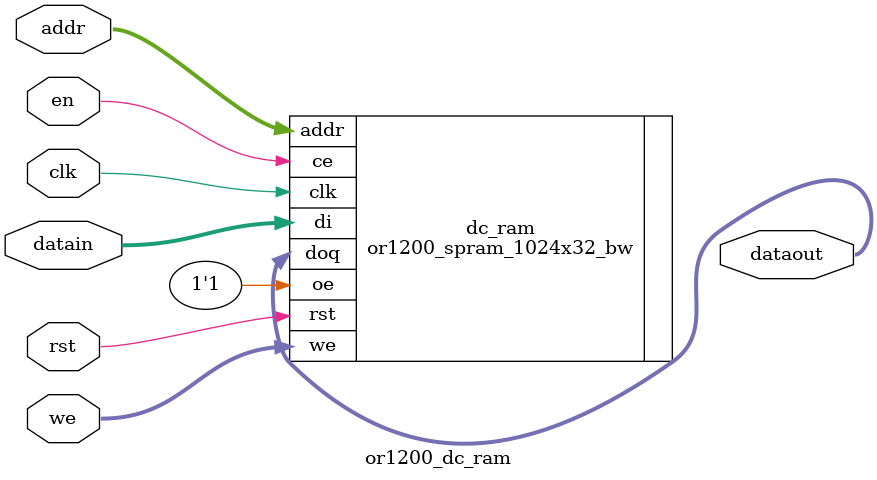
<source format=v>


//
// Dump VCD
//
//`define OR1200_VCD_DUMP

//
// Generate debug messages during simulation
//
//`define OR1200_VERBOSE

//  `define OR1200_ASIC
////////////////////////////////////////////////////////
//
// Typical configuration for an ASIC
//
`ifdef OR1200_ASIC

//
// Target ASIC memories
//
//`define OR1200_ARTISAN_SSP
//`define OR1200_ARTISAN_SDP
//`define OR1200_ARTISAN_STP
`define OR1200_VIRTUALSILICON_SSP
//`define OR1200_VIRTUALSILICON_STP_T1
//`define OR1200_VIRTUALSILICON_STP_T2

//
// Do not implement Data cache
//
//`define OR1200_NO_DC

//
// Do not implement Insn cache
//
//`define OR1200_NO_IC

//
// Do not implement Data MMU
//
//`define OR1200_NO_DMMU

//
// Do not implement Insn MMU
//
//`define OR1200_NO_IMMU

//
// Select between ASIC optimized and generic multiplier
//
//`define OR1200_ASIC_MULTP2_32X32
`define OR1200_GENERIC_MULTP2_32X32

//
// Size/type of insn/data cache if implemented
//
// `define OR1200_IC_1W_512B
// `define OR1200_IC_1W_4KB
`define OR1200_IC_1W_8KB
// `define OR1200_DC_1W_4KB
`define OR1200_DC_1W_8KB

`else


/////////////////////////////////////////////////////////
//
// Typical configuration for an FPGA
//

//
// Target FPGA memories
//
//`define OR1200_ALTERA_LPM
//`define OR1200_XILINX_RAMB16
//`define OR1200_XILINX_RAMB4
//`define OR1200_XILINX_RAM32X1D
//`define OR1200_USE_RAM16X1D_FOR_RAM32X1D

//
// Do not implement Data cache
//
//`define OR1200_NO_DC

//
// Do not implement Insn cache
//
//`define OR1200_NO_IC

//
// Do not implement Data MMU
//
`define OR1200_NO_DMMU

//
// Do not implement Insn MMU
//
`define OR1200_NO_IMMU

//
// Select between ASIC and generic multiplier
//
// (Generic seems to trigger a bug in the Cadence Ncsim simulator)
//
//`define OR1200_ASIC_MULTP2_32X32
`define OR1200_GENERIC_MULTP2_32X32

//
// Size/type of insn/data cache if implemented
// (consider available FPGA memory resources)
//
//`define OR1200_IC_1W_512B
`define OR1200_IC_1W_4KB
//`define OR1200_IC_1W_8KB
`define OR1200_DC_1W_4KB
//`define OR1200_DC_1W_8KB

`endif


//////////////////////////////////////////////////////////
//
// Do not change below unless you know what you are doing
//

//
// Enable RAM BIST
//
// At the moment this only works for Virtual Silicon
// single port RAMs. For other RAMs it has not effect.
// Special wrapper for VS RAMs needs to be provided
// with scan flops to facilitate bist scan.
//
//`define OR1200_BIST

//
// Register OR1200 WISHBONE outputs
// (must be defined/enabled)
//
`define OR1200_REGISTERED_OUTPUTS

//
// Register OR1200 WISHBONE inputs
//
// (must be undefined/disabled)
//
//`define OR1200_REGISTERED_INPUTS

//
// Disable bursts if they are not supported by the
// memory subsystem (only affect cache line fill)
//
//`define OR1200_NO_BURSTS
//

//
// WISHBONE retry counter range
//
// 2^value range for retry counter. Retry counter
// is activated whenever *wb_rty_i is asserted and
// until retry counter expires, corresponding
// WISHBONE interface is deactivated.
//
// To disable retry counters and *wb_rty_i all together,
// undefine this macro.
//
//`define OR1200_WB_RETRY 7

//
// WISHBONE Consecutive Address Burst
//
// This was used prior to WISHBONE B3 specification
// to identify bursts. It is no longer needed but
// remains enabled for compatibility with old designs.
//
// To remove *wb_cab_o ports undefine this macro.
//
`define OR1200_WB_CAB

//
// WISHBONE B3 compatible interface
//
// This follows the WISHBONE B3 specification.
// It is not enabled by default because most
// designs still don't use WB b3.
//
// To enable *wb_cti_o/*wb_bte_o ports,
// define this macro.
//
//`define OR1200_WB_B3

//
// Enable additional synthesis directives if using
// _Synopsys_ synthesis tool
//
//`define OR1200_ADDITIONAL_SYNOPSYS_DIRECTIVES

//
// Enables default statement in some case blocks
// and disables Synopsys synthesis directive full_case
//
// By default it is enabled. When disabled it
// can increase clock frequency.
//
`define OR1200_CASE_DEFAULT

//
// Operand width / register file address width
//
// (DO NOT CHANGE)
//
`define OR1200_OPERAND_WIDTH		32
`define OR1200_REGFILE_ADDR_WIDTH	5

//
// l.add/l.addi/l.and and optional l.addc/l.addic
// also set (compare) flag when result of their
// operation equals zero
//
// At the time of writing this, default or32
// C/C++ compiler doesn't generate code that
// would benefit from this optimization.
//
// By default this optimization is disabled to
// save area.
//
//`define OR1200_ADDITIONAL_FLAG_MODIFIERS

//
// Implement l.addc/l.addic instructions
//
// By default implementation of l.addc/l.addic
// instructions is enabled in case you need them.
// If you don't use them, then disable implementation
// to save area.
//
`define OR1200_IMPL_ADDC

//
// Implement carry bit SR[CY]
//
// By default implementation of SR[CY] is enabled
// to be compliant with the simulator. However
// SR[CY] is explicitly only used by l.addc/l.addic
// instructions and if these two insns are not
// implemented there is not much point having SR[CY].
//
`define OR1200_IMPL_CY

//
// Implement optional l.div/l.divu instructions
//
// By default divide instructions are not implemented
// to save area and increase clock frequency. or32 C/C++
// compiler can use soft library for division.
//
// To implement divide, multiplier needs to be implemented.
//
//`define OR1200_IMPL_DIV

//
// Implement rotate in the ALU
//
// At the time of writing this, or32
// C/C++ compiler doesn't generate rotate
// instructions. However or32 assembler
// can assemble code that uses rotate insn.
// This means that rotate instructions
// must be used manually inserted.
//
// By default implementation of rotate
// is disabled to save area and increase
// clock frequency.
//
//`define OR1200_IMPL_ALU_ROTATE

//
// Type of ALU compare to implement
//
// Try either one to find what yields
// higher clock frequencyin your case.
//
//`define OR1200_IMPL_ALU_COMP1
`define OR1200_IMPL_ALU_COMP2

//
// Implement multiplier
//
// By default multiplier is implemented
//
`define OR1200_MULT_IMPLEMENTED

//
// Implement multiply-and-accumulate
//
// By default MAC is implemented. To
// implement MAC, multiplier needs to be
// implemented.
//
`define OR1200_MAC_IMPLEMENTED

//
// Low power, slower multiplier
//
// Select between low-power (larger) multiplier
// and faster multiplier. The actual difference
// is only AND logic that prevents distribution
// of operands into the multiplier when instruction
// in execution is not multiply instruction
//
//`define OR1200_LOWPWR_MULT

//
// Clock ratio RISC clock versus WB clock
//
// If you plan to run WB:RISC clock fixed to 1:1, disable
// both defines
//
// For WB:RISC 1:2 or 1:1, enable OR1200_CLKDIV_2_SUPPORTED
// and use clmode to set ratio
//
// For WB:RISC 1:4, 1:2 or 1:1, enable both defines and use
// clmode to set ratio
//
`define OR1200_CLKDIV_2_SUPPORTED
//`define OR1200_CLKDIV_4_SUPPORTED

//
// Type of register file RAM
//
// Memory macro w/ two ports (see or1200_tpram_32x32.v)
//`define OR1200_RFRAM_TWOPORT
//
// Memory macro dual port (see or1200_dpram_32x32.v)
//`define OR1200_RFRAM_DUALPORT
//
// Generic (flip-flop based) register file (see or1200_rfram_generic.v)
`define OR1200_RFRAM_GENERIC

//
// Type of mem2reg aligner to implement.
//
// Once OR1200_IMPL_MEM2REG2 yielded faster
// circuit, however with today tools it will
// most probably give you slower circuit.
//
`define OR1200_IMPL_MEM2REG1
//`define OR1200_IMPL_MEM2REG2

//
// ALUOPs
//
`define OR1200_ALUOP_WIDTH	4
`define OR1200_ALUOP_NOP	4'd4
/* Order defined by arith insns that have two source operands both in regs
   (see binutils/include/opcode/or32.h) */
`define OR1200_ALUOP_ADD	4'd0
`define OR1200_ALUOP_ADDC	4'd1
`define OR1200_ALUOP_SUB	4'd2
`define OR1200_ALUOP_AND	4'd3
`define OR1200_ALUOP_OR		4'd4
`define OR1200_ALUOP_XOR	4'd5
`define OR1200_ALUOP_MUL	4'd6
`define OR1200_ALUOP_CUST5	4'd7
`define OR1200_ALUOP_SHROT	4'd8
`define OR1200_ALUOP_DIV	4'd9
`define OR1200_ALUOP_DIVU	4'd10
/* Order not specifically defined. */
`define OR1200_ALUOP_IMM	4'd11
`define OR1200_ALUOP_MOVHI	4'd12
`define OR1200_ALUOP_COMP	4'd13
`define OR1200_ALUOP_MTSR	4'd14
`define OR1200_ALUOP_MFSR	4'd15
`define OR1200_ALUOP_CMOV 4'd14
`define OR1200_ALUOP_FF1  4'd15
//
// MACOPs
//
`define OR1200_MACOP_WIDTH	2
`define OR1200_MACOP_NOP	2'b00
`define OR1200_MACOP_MAC	2'b01
`define OR1200_MACOP_MSB	2'b10

//
// Shift/rotate ops
//
`define OR1200_SHROTOP_WIDTH	2
`define OR1200_SHROTOP_NOP	2'd0
`define OR1200_SHROTOP_SLL	2'd0
`define OR1200_SHROTOP_SRL	2'd1
`define OR1200_SHROTOP_SRA	2'd2
`define OR1200_SHROTOP_ROR	2'd3

// Execution cycles per instruction
`define OR1200_MULTICYCLE_WIDTH	2
`define OR1200_ONE_CYCLE		2'd0
`define OR1200_TWO_CYCLES		2'd1

// Operand MUX selects
`define OR1200_SEL_WIDTH		2
`define OR1200_SEL_RF			2'd0
`define OR1200_SEL_IMM			2'd1
`define OR1200_SEL_EX_FORW		2'd2
`define OR1200_SEL_WB_FORW		2'd3

//
// BRANCHOPs
//
`define OR1200_BRANCHOP_WIDTH		3
`define OR1200_BRANCHOP_NOP		3'd0
`define OR1200_BRANCHOP_J		3'd1
`define OR1200_BRANCHOP_JR		3'd2
`define OR1200_BRANCHOP_BAL		3'd3
`define OR1200_BRANCHOP_BF		3'd4
`define OR1200_BRANCHOP_BNF		3'd5
`define OR1200_BRANCHOP_RFE		3'd6

//
// LSUOPs
//
// Bit 0: sign extend
// Bits 1-2: 00 doubleword, 01 byte, 10 halfword, 11 singleword
// Bit 3: 0 load, 1 store
`define OR1200_LSUOP_WIDTH		4
`define OR1200_LSUOP_NOP		4'b0000
`define OR1200_LSUOP_LBZ		4'b0010
`define OR1200_LSUOP_LBS		4'b0011
`define OR1200_LSUOP_LHZ		4'b0100
`define OR1200_LSUOP_LHS		4'b0101
`define OR1200_LSUOP_LWZ		4'b0110
`define OR1200_LSUOP_LWS		4'b0111
`define OR1200_LSUOP_LD		4'b0001
`define OR1200_LSUOP_SD		4'b1000
`define OR1200_LSUOP_SB		4'b1010
`define OR1200_LSUOP_SH		4'b1100
`define OR1200_LSUOP_SW		4'b1110

// FETCHOPs
`define OR1200_FETCHOP_WIDTH		1
`define OR1200_FETCHOP_NOP		1'b0
`define OR1200_FETCHOP_LW		1'b1

//
// Register File Write-Back OPs
//
// Bit 0: register file write enable
// Bits 2-1: write-back mux selects
`define OR1200_RFWBOP_WIDTH		3
`define OR1200_RFWBOP_NOP		3'b000
`define OR1200_RFWBOP_ALU		3'b001
`define OR1200_RFWBOP_LSU		3'b011
`define OR1200_RFWBOP_SPRS		3'b101
`define OR1200_RFWBOP_LR		3'b111

// Compare instructions
`define OR1200_COP_SFEQ       3'b000
`define OR1200_COP_SFNE       3'b001
`define OR1200_COP_SFGT       3'b010
`define OR1200_COP_SFGE       3'b011
`define OR1200_COP_SFLT       3'b100
`define OR1200_COP_SFLE       3'b101
`define OR1200_COP_X          3'b111
`define OR1200_SIGNED_COMPARE 'd3
`define OR1200_COMPOP_WIDTH	4

//
// TAGs for instruction bus
//
`define OR1200_ITAG_IDLE	4'h0	// idle bus
`define	OR1200_ITAG_NI		4'h1	// normal insn
`define OR1200_ITAG_BE		4'hb	// Bus error exception
`define OR1200_ITAG_PE		4'hc	// Page fault exception
`define OR1200_ITAG_TE		4'hd	// TLB miss exception

//
// TAGs for data bus
//
`define OR1200_DTAG_IDLE	4'h0	// idle bus
`define	OR1200_DTAG_ND		4'h1	// normal data
`define OR1200_DTAG_AE		4'ha	// Alignment exception
`define OR1200_DTAG_BE		4'hb	// Bus error exception
`define OR1200_DTAG_PE		4'hc	// Page fault exception
`define OR1200_DTAG_TE		4'hd	// TLB miss exception


//////////////////////////////////////////////
//
// ORBIS32 ISA specifics
//

// SHROT_OP position in machine word
`define OR1200_SHROTOP_POS		7:6

// ALU instructions multicycle field in machine word
`define OR1200_ALUMCYC_POS		9:8

//
// Instruction opcode groups (basic)
//
`define OR1200_OR32_J                 6'b000000
`define OR1200_OR32_JAL               6'b000001
`define OR1200_OR32_BNF               6'b000011
`define OR1200_OR32_BF                6'b000100
`define OR1200_OR32_NOP               6'b000101
`define OR1200_OR32_MOVHI             6'b000110
`define OR1200_OR32_XSYNC             6'b001000
`define OR1200_OR32_RFE               6'b001001
/* */
`define OR1200_OR32_JR                6'b010001
`define OR1200_OR32_JALR              6'b010010
`define OR1200_OR32_MACI              6'b010011
/* */
`define OR1200_OR32_LWZ               6'b100001
`define OR1200_OR32_LBZ               6'b100011
`define OR1200_OR32_LBS               6'b100100
`define OR1200_OR32_LHZ               6'b100101
`define OR1200_OR32_LHS               6'b100110
`define OR1200_OR32_ADDI              6'b100111
`define OR1200_OR32_ADDIC             6'b101000
`define OR1200_OR32_ANDI              6'b101001
`define OR1200_OR32_ORI               6'b101010
`define OR1200_OR32_XORI              6'b101011
`define OR1200_OR32_MULI              6'b101100
`define OR1200_OR32_MFSPR             6'b101101
`define OR1200_OR32_SH_ROTI 	      6'b101110
`define OR1200_OR32_SFXXI             6'b101111
/* */
`define OR1200_OR32_MTSPR             6'b110000
`define OR1200_OR32_MACMSB            6'b110001
/* */
`define OR1200_OR32_SW                6'b110101
`define OR1200_OR32_SB                6'b110110
`define OR1200_OR32_SH                6'b110111
`define OR1200_OR32_ALU               6'b111000
`define OR1200_OR32_SFXX              6'b111001
//`define OR1200_OR32_CUST5             6'b111100


/////////////////////////////////////////////////////
//
// Exceptions
//

//
// Exception vectors per OR1K architecture:
// 0xPPPPP100 - reset
// 0xPPPPP200 - bus error
// ... etc
// where P represents exception prefix.
//
// Exception vectors can be customized as per
// the following formula:
// 0xPPPPPNVV - exception N
//
// P represents exception prefix
// N represents exception N
// VV represents length of the individual vector space,
//   usually it is 8 bits wide and starts with all bits zero
//

//
// PPPPP and VV parts
//
// Sum of these two defines needs to be 28
//
`define OR1200_EXCEPT_EPH0_P 20'h00000
`define OR1200_EXCEPT_EPH1_P 20'hF0000
`define OR1200_EXCEPT_V		   8'h00

//
// N part width
//
`define OR1200_EXCEPT_WIDTH 4

//
// Definition of exception vectors
//
// To avoid implementation of a certain exception,
// simply comment out corresponding line
//
`define OR1200_EXCEPT_UNUSED		`OR1200_EXCEPT_WIDTH'hf
`define OR1200_EXCEPT_TRAP		`OR1200_EXCEPT_WIDTH'he
`define OR1200_EXCEPT_BREAK		`OR1200_EXCEPT_WIDTH'hd
`define OR1200_EXCEPT_SYSCALL		`OR1200_EXCEPT_WIDTH'hc
`define OR1200_EXCEPT_RANGE		`OR1200_EXCEPT_WIDTH'hb
`define OR1200_EXCEPT_ITLBMISS		`OR1200_EXCEPT_WIDTH'ha
`define OR1200_EXCEPT_DTLBMISS		`OR1200_EXCEPT_WIDTH'h9
`define OR1200_EXCEPT_INT		`OR1200_EXCEPT_WIDTH'h8
`define OR1200_EXCEPT_ILLEGAL		`OR1200_EXCEPT_WIDTH'h7
`define OR1200_EXCEPT_ALIGN		`OR1200_EXCEPT_WIDTH'h6
`define OR1200_EXCEPT_TICK		`OR1200_EXCEPT_WIDTH'h5
`define OR1200_EXCEPT_IPF		`OR1200_EXCEPT_WIDTH'h4
`define OR1200_EXCEPT_DPF		`OR1200_EXCEPT_WIDTH'h3
`define OR1200_EXCEPT_BUSERR		`OR1200_EXCEPT_WIDTH'h2
`define OR1200_EXCEPT_RESET		`OR1200_EXCEPT_WIDTH'h1
`define OR1200_EXCEPT_NONE		`OR1200_EXCEPT_WIDTH'h0


/////////////////////////////////////////////////////
//
// SPR groups
//

// Bits that define the group
`define OR1200_SPR_GROUP_BITS	15:11

// Width of the group bits
`define OR1200_SPR_GROUP_WIDTH 	5

// Bits that define offset inside the group
`define OR1200_SPR_OFS_BITS 10:0

// List of groups
`define OR1200_SPR_GROUP_SYS	5'd00
`define OR1200_SPR_GROUP_DMMU	5'd01
`define OR1200_SPR_GROUP_IMMU	5'd02
`define OR1200_SPR_GROUP_DC	5'd03
`define OR1200_SPR_GROUP_IC	5'd04
`define OR1200_SPR_GROUP_MAC	5'd05
`define OR1200_SPR_GROUP_DU	5'd06
`define OR1200_SPR_GROUP_PM	5'd08
`define OR1200_SPR_GROUP_PIC	5'd09
`define OR1200_SPR_GROUP_TT	5'd10


/////////////////////////////////////////////////////
//
// System group
//

//
// System registers
//
`define OR1200_SPR_CFGR		7'd0
`define OR1200_SPR_RF		6'd32	// 1024 >> 5
`define OR1200_SPR_NPC		11'd16
`define OR1200_SPR_SR		11'd17
`define OR1200_SPR_PPC		11'd18
`define OR1200_SPR_EPCR		11'd32
`define OR1200_SPR_EEAR		11'd48
`define OR1200_SPR_ESR		11'd64

//
// SR bits
//
`define OR1200_SR_WIDTH 16
`define OR1200_SR_SM   0
`define OR1200_SR_TEE  1
`define OR1200_SR_IEE  2
`define OR1200_SR_DCE  3
`define OR1200_SR_ICE  4
`define OR1200_SR_DME  5
`define OR1200_SR_IME  6
`define OR1200_SR_LEE  7
`define OR1200_SR_CE   8
`define OR1200_SR_F    9
`define OR1200_SR_CY   10	// Unused
`define OR1200_SR_OV   11	// Unused
`define OR1200_SR_OVE  12	// Unused
`define OR1200_SR_DSX  13	// Unused
`define OR1200_SR_EPH  14
`define OR1200_SR_FO   15
`define OR1200_SR_CID  31:28	// Unimplemented

//
// Bits that define offset inside the group
//
`define OR1200_SPROFS_BITS 10:0

//
// Default Exception Prefix
//
// 1'b0 - OR1200_EXCEPT_EPH0_P (0x0000_0000)
// 1'b1 - OR1200_EXCEPT_EPH1_P (0xF000_0000)
//
`define OR1200_SR_EPH_DEF	1'b0

/////////////////////////////////////////////////////
//
// Power Management (PM)
//

// Define it if you want PM implemented
`define OR1200_PM_IMPLEMENTED

// Bit positions inside PMR (don't change)
`define OR1200_PM_PMR_SDF 3:0
`define OR1200_PM_PMR_DME 4
`define OR1200_PM_PMR_SME 5
`define OR1200_PM_PMR_DCGE 6
`define OR1200_PM_PMR_UNUSED 31:7

// PMR offset inside PM group of registers
`define OR1200_PM_OFS_PMR 11'b0

// PM group
`define OR1200_SPRGRP_PM 5'd8

// Define if PMR can be read/written at any address inside PM group
`define OR1200_PM_PARTIAL_DECODING

// Define if reading PMR is allowed
`define OR1200_PM_READREGS

// Define if unused PMR bits should be zero
`define OR1200_PM_UNUSED_ZERO


/////////////////////////////////////////////////////
//
// Debug Unit (DU)
//

// Define it if you want DU implemented
`define OR1200_DU_IMPLEMENTED

//
// Define if you want HW Breakpoints
// (if HW breakpoints are not implemented
// only default software trapping is
// possible with l.trap insn - this is
// however already enough for use
// with or32 gdb)
//
//`define OR1200_DU_HWBKPTS

// Number of DVR/DCR pairs if HW breakpoints enabled
`define OR1200_DU_DVRDCR_PAIRS 8

// Define if you want trace buffer
//`define OR1200_DU_TB_IMPLEMENTED

//
// Address offsets of DU registers inside DU group
//
// To not implement a register, doq not define its address
//
`ifdef OR1200_DU_HWBKPTS
`define OR1200_DU_DVR0		11'd0
`define OR1200_DU_DVR1		11'd1
`define OR1200_DU_DVR2		11'd2
`define OR1200_DU_DVR3		11'd3
`define OR1200_DU_DVR4		11'd4
`define OR1200_DU_DVR5		11'd5
`define OR1200_DU_DVR6		11'd6
`define OR1200_DU_DVR7		11'd7
`define OR1200_DU_DCR0		11'd8
`define OR1200_DU_DCR1		11'd9
`define OR1200_DU_DCR2		11'd10
`define OR1200_DU_DCR3		11'd11
`define OR1200_DU_DCR4		11'd12
`define OR1200_DU_DCR5		11'd13
`define OR1200_DU_DCR6		11'd14
`define OR1200_DU_DCR7		11'd15
`endif
`define OR1200_DU_DMR1		11'd16
`ifdef OR1200_DU_HWBKPTS
`define OR1200_DU_DMR2		11'd17
`define OR1200_DU_DWCR0		11'd18
`define OR1200_DU_DWCR1		11'd19
`endif
`define OR1200_DU_DSR		11'd20
`define OR1200_DU_DRR		11'd21
`ifdef OR1200_DU_TB_IMPLEMENTED
`define OR1200_DU_TBADR		11'h0ff
`define OR1200_DU_TBIA		11'h1xx
`define OR1200_DU_TBIM		11'h2xx
`define OR1200_DU_TBAR		11'h3xx
`define OR1200_DU_TBTS		11'h4xx
`endif

// Position of offset bits inside SPR address
`define OR1200_DUOFS_BITS	10:0

// DCR bits
`define OR1200_DU_DCR_DP	0
`define OR1200_DU_DCR_CC	3:1
`define OR1200_DU_DCR_SC	4
`define OR1200_DU_DCR_CT	7:5

// DMR1 bits
`define OR1200_DU_DMR1_CW0	1:0
`define OR1200_DU_DMR1_CW1	3:2
`define OR1200_DU_DMR1_CW2	5:4
`define OR1200_DU_DMR1_CW3	7:6
`define OR1200_DU_DMR1_CW4	9:8
`define OR1200_DU_DMR1_CW5	11:10
`define OR1200_DU_DMR1_CW6	13:12
`define OR1200_DU_DMR1_CW7	15:14
`define OR1200_DU_DMR1_CW8	17:16
`define OR1200_DU_DMR1_CW9	19:18
`define OR1200_DU_DMR1_CW10	21:20
`define OR1200_DU_DMR1_ST	22
`define OR1200_DU_DMR1_BT	23
`define OR1200_DU_DMR1_DXFW	24
`define OR1200_DU_DMR1_ETE	25

// DMR2 bits
`define OR1200_DU_DMR2_WCE0	0
`define OR1200_DU_DMR2_WCE1	1
`define OR1200_DU_DMR2_AWTC	12:2
`define OR1200_DU_DMR2_WGB	23:13

// DWCR bits
`define OR1200_DU_DWCR_COUNT	15:0
`define OR1200_DU_DWCR_MATCH	31:16

// DSR bits
`define OR1200_DU_DSR_WIDTH	14
`define OR1200_DU_DSR_RSTE	0
`define OR1200_DU_DSR_BUSEE	1
`define OR1200_DU_DSR_DPFE	2
`define OR1200_DU_DSR_IPFE	3
`define OR1200_DU_DSR_TTE	4
`define OR1200_DU_DSR_AE	5
`define OR1200_DU_DSR_IIE	6
`define OR1200_DU_DSR_IE	7
`define OR1200_DU_DSR_DME	8
`define OR1200_DU_DSR_IME	9
`define OR1200_DU_DSR_RE	10
`define OR1200_DU_DSR_SCE	11
`define OR1200_DU_DSR_BE	12
`define OR1200_DU_DSR_TE	13

// DRR bits
`define OR1200_DU_DRR_RSTE	0
`define OR1200_DU_DRR_BUSEE	1
`define OR1200_DU_DRR_DPFE	2
`define OR1200_DU_DRR_IPFE	3
`define OR1200_DU_DRR_TTE	4
`define OR1200_DU_DRR_AE	5
`define OR1200_DU_DRR_IIE	6
`define OR1200_DU_DRR_IE	7
`define OR1200_DU_DRR_DME	8
`define OR1200_DU_DRR_IME	9
`define OR1200_DU_DRR_RE	10
`define OR1200_DU_DRR_SCE	11
`define OR1200_DU_DRR_BE	12
`define OR1200_DU_DRR_TE	13

// Define if reading DU regs is allowed
`define OR1200_DU_READREGS

// Define if unused DU registers bits should be zero
`define OR1200_DU_UNUSED_ZERO

// Define if IF/LSU status is not needed by devel i/f
`define OR1200_DU_STATUS_UNIMPLEMENTED

/////////////////////////////////////////////////////
//
// Programmable Interrupt Controller (PIC)
//

// Define it if you want PIC implemented
`define OR1200_PIC_IMPLEMENTED

// Define number of interrupt inputs (2-31)
`define OR1200_PIC_INTS 20

// Address offsets of PIC registers inside PIC group
`define OR1200_PIC_OFS_PICMR 2'd0
`define OR1200_PIC_OFS_PICSR 2'd2

// Position of offset bits inside SPR address
`define OR1200_PICOFS_BITS 1:0

// Define if you want these PIC registers to be implemented
`define OR1200_PIC_PICMR
`define OR1200_PIC_PICSR

// Define if reading PIC registers is allowed
`define OR1200_PIC_READREGS

// Define if unused PIC register bits should be zero
`define OR1200_PIC_UNUSED_ZERO


/////////////////////////////////////////////////////
//
// Tick Timer (TT)
//

// Define it if you want TT implemented
`define OR1200_TT_IMPLEMENTED

// Address offsets of TT registers inside TT group
`define OR1200_TT_OFS_TTMR 1'd0
`define OR1200_TT_OFS_TTCR 1'd1

// Position of offset bits inside SPR group
`define OR1200_TTOFS_BITS 0

// Define if you want these TT registers to be implemented
`define OR1200_TT_TTMR
`define OR1200_TT_TTCR

// TTMR bits
`define OR1200_TT_TTMR_TP 27:0
`define OR1200_TT_TTMR_IP 28
`define OR1200_TT_TTMR_IE 29
`define OR1200_TT_TTMR_M 31:30

// Define if reading TT registers is allowed
`define OR1200_TT_READREGS


//////////////////////////////////////////////
//
// MAC
//
`define OR1200_MAC_ADDR		0	// MACLO 0xxxxxxxx1, MACHI 0xxxxxxxx0
`define OR1200_MAC_SPR_WE		// Define if MACLO/MACHI are SPR writable

//
// Shift {MACHI,MACLO} into destination register when executing l.macrc
//
// According to architecture manual there is no shift, so default value is 0.
//
// However the implementation has deviated in this from the arch manual and had hard coded shift by 28 bits which
// is a useful optimization for MP3 decoding (if using libmad fixed point library). Shifts are no longer
// default setup, but if you need to remain backward compatible, define your shift bits, which were normally
// dest_GPR = {MACHI,MACLO}[59:28]
`define OR1200_MAC_SHIFTBY	0	// 0 = According to arch manual, 28 = obsolete backward compatibility


//////////////////////////////////////////////
//
// Data MMU (DMMU)
//

//
// Address that selects between TLB TR and MR
//
`define OR1200_DTLB_TM_ADDR	7

//
// DTLBMR fields
//
`define	OR1200_DTLBMR_V_BITS	0
`define	OR1200_DTLBMR_CID_BITS	4:1
`define	OR1200_DTLBMR_RES_BITS	11:5
`define OR1200_DTLBMR_VPN_BITS	31:13

//
// DTLBTR fields
//
`define	OR1200_DTLBTR_CC_BITS	0
`define	OR1200_DTLBTR_CI_BITS	1
`define	OR1200_DTLBTR_WBC_BITS	2
`define	OR1200_DTLBTR_WOM_BITS	3
`define	OR1200_DTLBTR_A_BITS	4
`define	OR1200_DTLBTR_D_BITS	5
`define	OR1200_DTLBTR_URE_BITS	6
`define	OR1200_DTLBTR_UWE_BITS	7
`define	OR1200_DTLBTR_SRE_BITS	8
`define	OR1200_DTLBTR_SWE_BITS	9
`define	OR1200_DTLBTR_RES_BITS	11:10
`define OR1200_DTLBTR_PPN_BITS	31:13

//
// DTLB configuration
//
`define	OR1200_DMMU_PS		13					// 13 for 8KB page size
`define	OR1200_DTLB_INDXW	6					// 6 for 64 entry DTLB	7 for 128 entries
`define OR1200_DTLB_INDXL	`OR1200_DMMU_PS				// 13			13
`define OR1200_DTLB_INDXH	`OR1200_DMMU_PS+`OR1200_DTLB_INDXW-1	// 18			19
`define	OR1200_DTLB_INDX	`OR1200_DTLB_INDXH:`OR1200_DTLB_INDXL	// 18:13		19:13
`define OR1200_DTLB_TAGW	32-`OR1200_DTLB_INDXW-`OR1200_DMMU_PS	// 13			12
`define OR1200_DTLB_TAGL	`OR1200_DTLB_INDXH+1			// 19			20
`define	OR1200_DTLB_TAG		31:`OR1200_DTLB_TAGL			// 31:19		31:20
`define	OR1200_DTLBMRW		`OR1200_DTLB_TAGW+1			// +1 because of V bit
`define	OR1200_DTLBTRW		32-`OR1200_DMMU_PS+5			// +5 because of protection bits and CI

//
// Cache inhibit while DMMU is not enabled/implemented
//
// cache inhibited 0GB-4GB		1'b1
// cache inhibited 0GB-2GB		!dcpu_adr_i[31]
// cache inhibited 0GB-1GB 2GB-3GB	!dcpu_adr_i[30]
// cache inhibited 1GB-2GB 3GB-4GB	dcpu_adr_i[30]
// cache inhibited 2GB-4GB (default)	dcpu_adr_i[31]
// cached 0GB-4GB			1'b0
//
`define OR1200_DMMU_CI			dcpu_adr_i[31]


//////////////////////////////////////////////
//
// Insn MMU (IMMU)
//

//
// Address that selects between TLB TR and MR
//
`define OR1200_ITLB_TM_ADDR	7

//
// ITLBMR fields
//
`define	OR1200_ITLBMR_V_BITS	0
`define	OR1200_ITLBMR_CID_BITS	4:1
`define	OR1200_ITLBMR_RES_BITS	11:5
`define OR1200_ITLBMR_VPN_BITS	31:13

//
// ITLBTR fields
//
`define	OR1200_ITLBTR_CC_BITS	0
`define	OR1200_ITLBTR_CI_BITS	1
`define	OR1200_ITLBTR_WBC_BITS	2
`define	OR1200_ITLBTR_WOM_BITS	3
`define	OR1200_ITLBTR_A_BITS	4
`define	OR1200_ITLBTR_D_BITS	5
`define	OR1200_ITLBTR_SXE_BITS	6
`define	OR1200_ITLBTR_UXE_BITS	7
`define	OR1200_ITLBTR_RES_BITS	11:8
`define OR1200_ITLBTR_PPN_BITS	31:13

//
// ITLB configuration
//
`define	OR1200_IMMU_PS		13					// 13 for 8KB page size
`define	OR1200_ITLB_INDXW	6					// 6 for 64 entry ITLB	7 for 128 entries
`define OR1200_ITLB_INDXL	`OR1200_IMMU_PS				// 13			13
`define OR1200_ITLB_INDXH	`OR1200_IMMU_PS+`OR1200_ITLB_INDXW-1	// 18			19
`define	OR1200_ITLB_INDX	`OR1200_ITLB_INDXH:`OR1200_ITLB_INDXL	// 18:13		19:13
`define OR1200_ITLB_TAGW	32-`OR1200_ITLB_INDXW-`OR1200_IMMU_PS	// 13			12
`define OR1200_ITLB_TAGL	`OR1200_ITLB_INDXH+1			// 19			20
`define	OR1200_ITLB_TAG		31:`OR1200_ITLB_TAGL			// 31:19		31:20
`define	OR1200_ITLBMRW		`OR1200_ITLB_TAGW+1			// +1 because of V bit
`define	OR1200_ITLBTRW		32-`OR1200_IMMU_PS+3			// +3 because of protection bits and CI

//
// Cache inhibit while IMMU is not enabled/implemented
// Note: all combinations that use icpu_adr_i cause async loop
//
// cache inhibited 0GB-4GB		1'b1
// cache inhibited 0GB-2GB		!icpu_adr_i[31]
// cache inhibited 0GB-1GB 2GB-3GB	!icpu_adr_i[30]
// cache inhibited 1GB-2GB 3GB-4GB	icpu_adr_i[30]
// cache inhibited 2GB-4GB (default)	icpu_adr_i[31]
// cached 0GB-4GB			1'b0
//
`define OR1200_IMMU_CI			1'b0


/////////////////////////////////////////////////
//
// Insn cache (IC)
//

// 3 for 8 bytes, 4 for 16 bytes etc
`define OR1200_ICLS		4

//
// IC configurations
//
`ifdef OR1200_IC_1W_512B
`define OR1200_ICSIZE   9     // 512
`define OR1200_ICINDX   `OR1200_ICSIZE-2 // 7
`define OR1200_ICINDXH  `OR1200_ICSIZE-1 // 8
`define OR1200_ICTAGL   `OR1200_ICINDXH+1 // 9
`define OR1200_ICTAG    `OR1200_ICSIZE-`OR1200_ICLS // 5
`define OR1200_ICTAG_W  24
`endif
`ifdef OR1200_IC_1W_4KB
`define OR1200_ICSIZE			12			// 4096
`define OR1200_ICINDX			`OR1200_ICSIZE-2	// 10
`define OR1200_ICINDXH			`OR1200_ICSIZE-1	// 11
`define OR1200_ICTAGL			`OR1200_ICINDXH+1	// 12
`define	OR1200_ICTAG			`OR1200_ICSIZE-`OR1200_ICLS	// 8
`define	OR1200_ICTAG_W			21
`endif
`ifdef OR1200_IC_1W_8KB
`define OR1200_ICSIZE			13			// 8192
`define OR1200_ICINDX			`OR1200_ICSIZE-2	// 11
`define OR1200_ICINDXH			`OR1200_ICSIZE-1	// 12
`define OR1200_ICTAGL			`OR1200_ICINDXH+1	// 13
`define	OR1200_ICTAG			`OR1200_ICSIZE-`OR1200_ICLS	// 9
`define	OR1200_ICTAG_W			20
`endif


/////////////////////////////////////////////////
//
// Data cache (DC)
//

// 3 for 8 bytes, 4 for 16 bytes etc
`define OR1200_DCLS		4

// Define to perform store refill (potential performance penalty)
// `define OR1200_DC_STORE_REFILL

//
// DC configurations
//
`ifdef OR1200_DC_1W_4KB
`define OR1200_DCSIZE			12			// 4096
`define OR1200_DCINDX			`OR1200_DCSIZE-2	// 10
`define OR1200_DCINDXH			`OR1200_DCSIZE-1	// 11
`define OR1200_DCTAGL			`OR1200_DCINDXH+1	// 12
`define	OR1200_DCTAG			`OR1200_DCSIZE-`OR1200_DCLS	// 8
`define	OR1200_DCTAG_W			21
`endif
`ifdef OR1200_DC_1W_8KB
`define OR1200_DCSIZE			13			// 8192
`define OR1200_DCINDX			`OR1200_DCSIZE-2	// 11
`define OR1200_DCINDXH			`OR1200_DCSIZE-1	// 12
`define OR1200_DCTAGL			`OR1200_DCINDXH+1	// 13
`define	OR1200_DCTAG			`OR1200_DCSIZE-`OR1200_DCLS	// 9
`define	OR1200_DCTAG_W			20
`endif

/////////////////////////////////////////////////
//
// Store buffer (SB)
//

//
// Store buffer
//
// It will improve performance by "caching" CPU stores
// using store buffer. This is most important for function
// prologues because DC can only work in write though mode
// and all stores would have to complete external WB writes
// to memory.
// Store buffer is between DC and data BIU.
// All stores will be stored into store buffer and immediately
// completed by the CPU, even though actual external writes
// will be performed later. As a consequence store buffer masks
// all data bus errors related to stores (data bus errors
// related to loads are delivered normally).
// All pending CPU loads will wait until store buffer is empty to
// ensure strict memory model. Right now this is necessary because
// we don't make destinction between cached and cache inhibited
// address space, so we simply empty store buffer until loads
// can begin.
//
// It makes design a bit bigger, depending what is the number of
// entries in SB FIFO. Number of entries can be changed further
// down.
//
`define OR1200_SB_IMPLEMENTED

//
// Number of store buffer entries
//
// Verified number of entries are 4 and 8 entries
// (2 and 3 for OR1200_SB_LOG). OR1200_SB_ENTRIES must
// always match 2**OR1200_SB_LOG.
// To disable store buffer, undefine
// OR1200_SB_IMPLEMENTED.
//
`define OR1200_SB_LOG		2	// 2 or 3
`define OR1200_SB_ENTRIES	4	// 4 or 8


/////////////////////////////////////////////////
//
// Quick Embedded Memory (QMEM)
//

//
// Quick Embedded Memory
//
// Instantiation of dedicated insn/data memory (RAM or ROM).
// Insn fetch has effective throughput 1insn / clock cycle.
// Data load takes two clock cycles / access, data store
// takes 1 clock cycle / access (if there is no insn fetch)).
// Memory instantiation is shared between insn and data,
// meaning if insn fetch are performed, data load/store
// performance will be lower.
//
// Main reason for QMEM is to put some time critical functions
// into this memory and to have predictable and fast access
// to these functions. (soft fpu, context switch, exception
// handlers, stack, etc)
//
// It makes design a bit bigger and slower. QMEM sits behind
// IMMU/DMMU so all addresses are physical (so the MMUs can be
// used with QMEM and QMEM is seen by the CPU just like any other
// memory in the system). IC/DC are sitting behind QMEM so the
// whole design timing might be worse with QMEM implemented.
//
`define OR1200_QMEM_IMPLEMENTED

//
// Base address and mask of QMEM
//
// Base address defines first address of QMEM. Mask defines
// QMEM range in address space. Actual size of QMEM is however
// determined with instantiated RAM/ROM. However bigger
// mask will reserve more address space for QMEM, but also
// make design faster, while more tight mask will take
// less address space but also make design slower. If
// instantiated RAM/ROM is smaller than space reserved with
// the mask, instatiated RAM/ROM will also be shadowed
// at higher addresses in reserved space.
//
`define OR1200_QMEM_IADDR	32'h0080_0000
`define OR1200_QMEM_IMASK	32'hfff0_0000	// Max QMEM size 1MB
`define OR1200_QMEM_DADDR  32'h0080_0000
`define OR1200_QMEM_DMASK  32'hfff0_0000 // Max QMEM size 1MB

//
// QMEM interface byte-select capability
//
// To enable qmem_sel* ports, define this macro.
//
`define OR1200_QMEM_BSEL

//
// QMEM interface acknowledge
//
// To enable qmem_ack port, define this macro.
//
//`define OR1200_QMEM_ACK

/////////////////////////////////////////////////////
//
// VR, UPR and Configuration Registers
//
//
// VR, UPR and configuration registers are optional. If 
// implemented, operating system can automatically figure
// out how to use the processor because it knows 
// what units are available in the processor and how they
// are configured.
//
// This section must be last in or1200_defines.v file so
// that all units are already configured and thus
// configuration registers are properly set.
// 

// Define if you want configuration registers implemented
`define OR1200_CFGR_IMPLEMENTED

// Define if you want full address decode inside SYS group
`define OR1200_SYS_FULL_DECODE

// Offsets of VR, UPR and CFGR registers
`define OR1200_SPRGRP_SYS_VR		4'h0
`define OR1200_SPRGRP_SYS_UPR		4'h1
`define OR1200_SPRGRP_SYS_CPUCFGR	4'h2
`define OR1200_SPRGRP_SYS_DMMUCFGR	4'h3
`define OR1200_SPRGRP_SYS_IMMUCFGR	4'h4
`define OR1200_SPRGRP_SYS_DCCFGR	4'h5
`define OR1200_SPRGRP_SYS_ICCFGR	4'h6
`define OR1200_SPRGRP_SYS_DCFGR	4'h7

// VR fields
`define OR1200_VR_REV_BITS		5:0
`define OR1200_VR_RES1_BITS		15:6
`define OR1200_VR_CFG_BITS		23:16
`define OR1200_VR_VER_BITS		31:24

// VR values
`define OR1200_VR_REV			6'h01
`define OR1200_VR_RES1			10'h000
`define OR1200_VR_CFG			8'h00
`define OR1200_VR_VER			8'h12

// UPR fields
`define OR1200_UPR_UP_BITS		0
`define OR1200_UPR_DCP_BITS		1
`define OR1200_UPR_ICP_BITS		2
`define OR1200_UPR_DMP_BITS		3
`define OR1200_UPR_IMP_BITS		4
`define OR1200_UPR_MP_BITS		5
`define OR1200_UPR_DUP_BITS		6
`define OR1200_UPR_PCUP_BITS		7
`define OR1200_UPR_PMP_BITS		8
`define OR1200_UPR_PICP_BITS		9
`define OR1200_UPR_TTP_BITS		10
`define OR1200_UPR_RES1_BITS		23:11
`define OR1200_UPR_CUP_BITS		31:24

// UPR values
`define OR1200_UPR_UP			1'b1
`ifdef OR1200_NO_DC
`define OR1200_UPR_DCP			1'b0
`else
`define OR1200_UPR_DCP			1'b1
`endif
`ifdef OR1200_NO_IC
`define OR1200_UPR_ICP			1'b0
`else
`define OR1200_UPR_ICP			1'b1
`endif
`ifdef OR1200_NO_DMMU
`define OR1200_UPR_DMP			1'b0
`else
`define OR1200_UPR_DMP			1'b1
`endif
`ifdef OR1200_NO_IMMU
`define OR1200_UPR_IMP			1'b0
`else
`define OR1200_UPR_IMP			1'b1
`endif
`define OR1200_UPR_MP			1'b1	// MAC always present
`ifdef OR1200_DU_IMPLEMENTED
`define OR1200_UPR_DUP			1'b1
`else
`define OR1200_UPR_DUP			1'b0
`endif
`define OR1200_UPR_PCUP			1'b0	// Performance counters not present
`ifdef OR1200_DU_IMPLEMENTED
`define OR1200_UPR_PMP			1'b1
`else
`define OR1200_UPR_PMP			1'b0
`endif
`ifdef OR1200_DU_IMPLEMENTED
`define OR1200_UPR_PICP			1'b1
`else
`define OR1200_UPR_PICP			1'b0
`endif
`ifdef OR1200_DU_IMPLEMENTED
`define OR1200_UPR_TTP			1'b1
`else
`define OR1200_UPR_TTP			1'b0
`endif
`define OR1200_UPR_RES1			13'h0000
`define OR1200_UPR_CUP			8'h00

// CPUCFGR fields
`define OR1200_CPUCFGR_NSGF_BITS	3:0
`define OR1200_CPUCFGR_HGF_BITS	4
`define OR1200_CPUCFGR_OB32S_BITS	5
`define OR1200_CPUCFGR_OB64S_BITS	6
`define OR1200_CPUCFGR_OF32S_BITS	7
`define OR1200_CPUCFGR_OF64S_BITS	8
`define OR1200_CPUCFGR_OV64S_BITS	9
`define OR1200_CPUCFGR_RES1_BITS	31:10

// CPUCFGR values
`define OR1200_CPUCFGR_NSGF		4'h0
`define OR1200_CPUCFGR_HGF		1'b0
`define OR1200_CPUCFGR_OB32S		1'b1
`define OR1200_CPUCFGR_OB64S		1'b0
`define OR1200_CPUCFGR_OF32S		1'b0
`define OR1200_CPUCFGR_OF64S		1'b0
`define OR1200_CPUCFGR_OV64S		1'b0
`define OR1200_CPUCFGR_RES1		22'h000000

// DMMUCFGR fields
`define OR1200_DMMUCFGR_NTW_BITS	1:0
`define OR1200_DMMUCFGR_NTS_BITS	4:2
`define OR1200_DMMUCFGR_NAE_BITS	7:5
`define OR1200_DMMUCFGR_CRI_BITS	8
`define OR1200_DMMUCFGR_PRI_BITS	9
`define OR1200_DMMUCFGR_TEIRI_BITS	10
`define OR1200_DMMUCFGR_HTR_BITS	11
`define OR1200_DMMUCFGR_RES1_BITS	31:12

// DMMUCFGR values
`ifdef OR1200_NO_DMMU
`define OR1200_DMMUCFGR_NTW		2'h0	// Irrelevant
`define OR1200_DMMUCFGR_NTS		3'h0	// Irrelevant
`define OR1200_DMMUCFGR_NAE		3'h0	// Irrelevant
`define OR1200_DMMUCFGR_CRI		1'b0	// Irrelevant
`define OR1200_DMMUCFGR_PRI		1'b0	// Irrelevant
`define OR1200_DMMUCFGR_TEIRI		1'b0	// Irrelevant
`define OR1200_DMMUCFGR_HTR		1'b0	// Irrelevant
`define OR1200_DMMUCFGR_RES1		20'h00000
`else
`define OR1200_DMMUCFGR_NTW		2'h0	// 1 TLB way
`define OR1200_DMMUCFGR_NTS 3'h`OR1200_DTLB_INDXW	// Num TLB sets
`define OR1200_DMMUCFGR_NAE		3'h0	// No ATB entries
`define OR1200_DMMUCFGR_CRI		1'b0	// No control register
`define OR1200_DMMUCFGR_PRI		1'b0	// No protection reg
`define OR1200_DMMUCFGR_TEIRI		1'b1	// TLB entry inv reg impl.
`define OR1200_DMMUCFGR_HTR		1'b0	// No HW TLB reload
`define OR1200_DMMUCFGR_RES1		20'h00000
`endif

// IMMUCFGR fields
`define OR1200_IMMUCFGR_NTW_BITS	1:0
`define OR1200_IMMUCFGR_NTS_BITS	4:2
`define OR1200_IMMUCFGR_NAE_BITS	7:5
`define OR1200_IMMUCFGR_CRI_BITS	8
`define OR1200_IMMUCFGR_PRI_BITS	9
`define OR1200_IMMUCFGR_TEIRI_BITS	10
`define OR1200_IMMUCFGR_HTR_BITS	11
`define OR1200_IMMUCFGR_RES1_BITS	31:12

// IMMUCFGR values
`ifdef OR1200_NO_IMMU
`define OR1200_IMMUCFGR_NTW		2'h0	// Irrelevant
`define OR1200_IMMUCFGR_NTS		3'h0	// Irrelevant
`define OR1200_IMMUCFGR_NAE		3'h0	// Irrelevant
`define OR1200_IMMUCFGR_CRI		1'b0	// Irrelevant
`define OR1200_IMMUCFGR_PRI		1'b0	// Irrelevant
`define OR1200_IMMUCFGR_TEIRI		1'b0	// Irrelevant
`define OR1200_IMMUCFGR_HTR		1'b0	// Irrelevant
`define OR1200_IMMUCFGR_RES1		20'h00000
`else
`define OR1200_IMMUCFGR_NTW		2'h0	// 1 TLB way
`define OR1200_IMMUCFGR_NTS 3'h`OR1200_ITLB_INDXW	// Num TLB sets
`define OR1200_IMMUCFGR_NAE		3'h0	// No ATB entry
`define OR1200_IMMUCFGR_CRI		1'b0	// No control reg
`define OR1200_IMMUCFGR_PRI		1'b0	// No protection reg
`define OR1200_IMMUCFGR_TEIRI		1'b1	// TLB entry inv reg impl
`define OR1200_IMMUCFGR_HTR		1'b0	// No HW TLB reload
`define OR1200_IMMUCFGR_RES1		20'h00000
`endif

// DCCFGR fields
`define OR1200_DCCFGR_NCW_BITS		2:0
`define OR1200_DCCFGR_NCS_BITS		6:3
`define OR1200_DCCFGR_CBS_BITS		7
`define OR1200_DCCFGR_CWS_BITS		8
`define OR1200_DCCFGR_CCRI_BITS		9
`define OR1200_DCCFGR_CBIRI_BITS	10
`define OR1200_DCCFGR_CBPRI_BITS	11
`define OR1200_DCCFGR_CBLRI_BITS	12
`define OR1200_DCCFGR_CBFRI_BITS	13
`define OR1200_DCCFGR_CBWBRI_BITS	14
`define OR1200_DCCFGR_RES1_BITS	31:15

// DCCFGR values
`ifdef OR1200_NO_DC
`define OR1200_DCCFGR_NCW		3'h0	// Irrelevant
`define OR1200_DCCFGR_NCS		4'h0	// Irrelevant
`define OR1200_DCCFGR_CBS		1'b0	// Irrelevant
`define OR1200_DCCFGR_CWS		1'b0	// Irrelevant
`define OR1200_DCCFGR_CCRI		1'b1	// Irrelevant
`define OR1200_DCCFGR_CBIRI		1'b1	// Irrelevant
`define OR1200_DCCFGR_CBPRI		1'b0	// Irrelevant
`define OR1200_DCCFGR_CBLRI		1'b0	// Irrelevant
`define OR1200_DCCFGR_CBFRI		1'b1	// Irrelevant
`define OR1200_DCCFGR_CBWBRI		1'b0	// Irrelevant
`define OR1200_DCCFGR_RES1		17'h00000
`else
`define OR1200_DCCFGR_NCW		3'h0	// 1 cache way
`define OR1200_DCCFGR_NCS (`OR1200_DCTAG)	// Num cache sets
`define OR1200_DCCFGR_CBS (`OR1200_DCLS-4)	// 16 byte cache block
`define OR1200_DCCFGR_CWS		1'b0	// Write-through strategy
`define OR1200_DCCFGR_CCRI		1'b1	// Cache control reg impl.
`define OR1200_DCCFGR_CBIRI		1'b1	// Cache block inv reg impl.
`define OR1200_DCCFGR_CBPRI		1'b0	// Cache block prefetch reg not impl.
`define OR1200_DCCFGR_CBLRI		1'b0	// Cache block lock reg not impl.
`define OR1200_DCCFGR_CBFRI		1'b1	// Cache block flush reg impl.
`define OR1200_DCCFGR_CBWBRI		1'b0	// Cache block WB reg not impl.
`define OR1200_DCCFGR_RES1		17'h00000
`endif

// ICCFGR fields
`define OR1200_ICCFGR_NCW_BITS		2:0
`define OR1200_ICCFGR_NCS_BITS		6:3
`define OR1200_ICCFGR_CBS_BITS		7
`define OR1200_ICCFGR_CWS_BITS		8
`define OR1200_ICCFGR_CCRI_BITS		9
`define OR1200_ICCFGR_CBIRI_BITS	10
`define OR1200_ICCFGR_CBPRI_BITS	11
`define OR1200_ICCFGR_CBLRI_BITS	12
`define OR1200_ICCFGR_CBFRI_BITS	13
`define OR1200_ICCFGR_CBWBRI_BITS	14
`define OR1200_ICCFGR_RES1_BITS	31:15

// ICCFGR values
`ifdef OR1200_NO_IC
`define OR1200_ICCFGR_NCW		3'h0	// Irrelevant
`define OR1200_ICCFGR_NCS 		4'h0	// Irrelevant
`define OR1200_ICCFGR_CBS 		1'b0	// Irrelevant
`define OR1200_ICCFGR_CWS		1'b0	// Irrelevant
`define OR1200_ICCFGR_CCRI		1'b0	// Irrelevant
`define OR1200_ICCFGR_CBIRI		1'b0	// Irrelevant
`define OR1200_ICCFGR_CBPRI		1'b0	// Irrelevant
`define OR1200_ICCFGR_CBLRI		1'b0	// Irrelevant
`define OR1200_ICCFGR_CBFRI		1'b0	// Irrelevant
`define OR1200_ICCFGR_CBWBRI		1'b0	// Irrelevant
`define OR1200_ICCFGR_RES1		17'h00000
`else
`define OR1200_ICCFGR_NCW		3'h0	// 1 cache way
`define OR1200_ICCFGR_NCS (`OR1200_ICTAG)	// Num cache sets
`define OR1200_ICCFGR_CBS (`OR1200_ICLS-4)	// 16 byte cache block
`define OR1200_ICCFGR_CWS		1'b0	// Irrelevant
`define OR1200_ICCFGR_CCRI		1'b1	// Cache control reg impl.
`define OR1200_ICCFGR_CBIRI		1'b1	// Cache block inv reg impl.
`define OR1200_ICCFGR_CBPRI		1'b0	// Cache block prefetch reg not impl.
`define OR1200_ICCFGR_CBLRI		1'b0	// Cache block lock reg not impl.
`define OR1200_ICCFGR_CBFRI		1'b1	// Cache block flush reg impl.
`define OR1200_ICCFGR_CBWBRI		1'b0	// Irrelevant
`define OR1200_ICCFGR_RES1		17'h00000
`endif

// DCFGR fields
`define OR1200_DCFGR_NDP_BITS		2:0
`define OR1200_DCFGR_WPCI_BITS		3
`define OR1200_DCFGR_RES1_BITS		31:4

// DCFGR values
`ifdef OR1200_DU_HWBKPTS
`define OR1200_DCFGR_NDP	3'h`OR1200_DU_DVRDCR_PAIRS // # of DVR/DCR pairs
`ifdef OR1200_DU_DWCR0
`define OR1200_DCFGR_WPCI		1'b1
`else
`define OR1200_DCFGR_WPCI		1'b0	// WP counters not impl.
`endif
`else
`define OR1200_DCFGR_NDP		3'h0	// Zero DVR/DCR pairs
`define OR1200_DCFGR_WPCI		1'b0	// WP counters not impl.
`endif
`define OR1200_DCFGR_RES1		28'h0000000
 


module or1200_dc_ram(
	// Reset and clock
	clk, rst,

`ifdef OR1200_BIST
	// RAM BIST
	mbist_si_i, mbist_so_o, mbist_ctrl_i,
`endif

	// Internal i/f
	addr, en, we, datain, dataout
);

parameter dw = `OR1200_OPERAND_WIDTH;
parameter aw = `OR1200_DCINDX;

//
// I/O
//
input				clk;
input				rst;
input	[aw-1:0]		addr;
input				en;
input	[3:0]			we;
input	[dw-1:0]		datain;
output	[dw-1:0]		dataout;

`ifdef OR1200_BIST
//
// RAM BIST
//
input				mbist_si_i;
input [`OR1200_MBIST_CTRL_WIDTH - 1:0] mbist_ctrl_i;       // bist chain shift control
output				mbist_so_o;
`endif

`ifdef OR1200_NO_DC

//
// Data cache not implemented
//
assign dataout = {dw{1'b0}};
`ifdef OR1200_BIST
assign mbist_so_o = mbist_si_i;
`endif

`else

//
// Instantiation of RAM block
//
`ifdef OR1200_DC_1W_4KB
or1200_spram_1024x32_bw dc_ram(
`endif
`ifdef OR1200_DC_1W_8KB
or1200_spram_2048x32_bw dc_ram(
`endif
`ifdef OR1200_BIST
	// RAM BIST
	.mbist_si_i(mbist_si_i),
	.mbist_so_o(mbist_so_o),
	.mbist_ctrl_i(mbist_ctrl_i),
`endif
	.clk(clk),
	.rst(rst),
	.ce(en),
	.we(we),
	.oe(1'b1),
	.addr(addr),
	.di(datain),
	.doq(dataout)
);
`endif
endmodule

</source>
